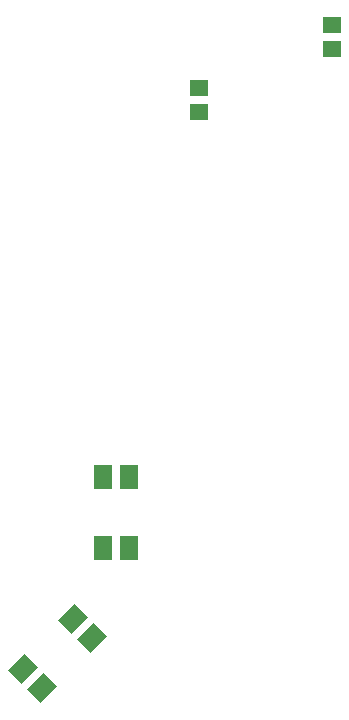
<source format=gtp>
G04 Layer_Color=8421504*
%FSLAX25Y25*%
%MOIN*%
G70*
G01*
G75*
%ADD10R,0.05906X0.05512*%
%ADD11R,0.06299X0.07874*%
G04:AMPARAMS|DCode=12|XSize=78.74mil|YSize=62.99mil|CornerRadius=0mil|HoleSize=0mil|Usage=FLASHONLY|Rotation=225.000|XOffset=0mil|YOffset=0mil|HoleType=Round|Shape=Rectangle|*
%AMROTATEDRECTD12*
4,1,4,0.00557,0.05011,0.05011,0.00557,-0.00557,-0.05011,-0.05011,-0.00557,0.00557,0.05011,0.0*
%
%ADD12ROTATEDRECTD12*%

D10*
X72063Y182087D02*
D03*
Y189961D02*
D03*
X27500Y161063D02*
D03*
Y168937D02*
D03*
D11*
X-4331Y39370D02*
D03*
X-4331Y15748D02*
D03*
X4331Y39370D02*
D03*
Y15748D02*
D03*
D12*
X-24777Y-30901D02*
D03*
X-8073Y-14198D02*
D03*
X-30901Y-24776D02*
D03*
X-14198Y-8073D02*
D03*
M02*

</source>
